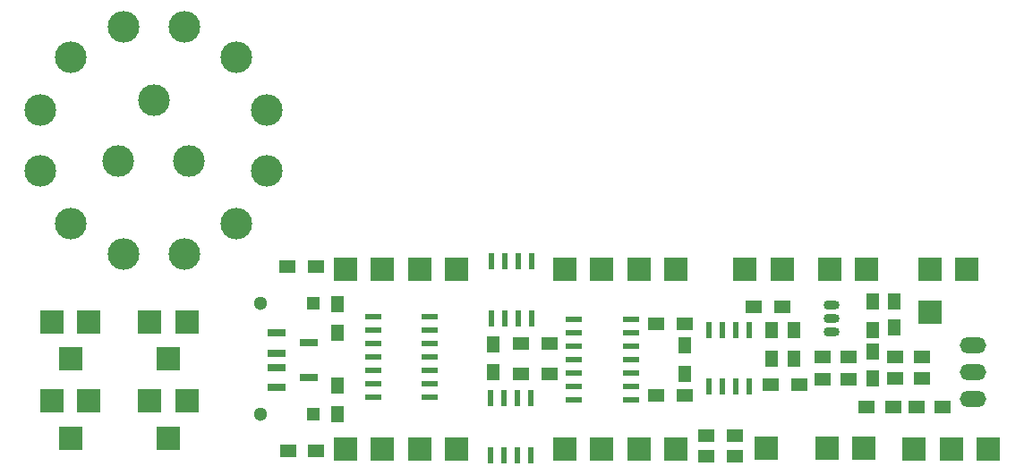
<source format=gts>
G04 #@! TF.FileFunction,Soldermask,Top*
%FSLAX46Y46*%
G04 Gerber Fmt 4.6, Leading zero omitted, Abs format (unit mm)*
G04 Created by KiCad (PCBNEW (2015-04-22 BZR 5620)-product) date 02/05/2015 11:23:22*
%MOMM*%
G01*
G04 APERTURE LIST*
%ADD10C,0.100000*%
%ADD11R,2.235200X2.235200*%
%ADD12R,1.300000X1.300000*%
%ADD13C,1.300000*%
%ADD14R,1.500000X1.250000*%
%ADD15R,1.250000X1.500000*%
%ADD16R,1.800860X0.800100*%
%ADD17R,1.500000X1.300000*%
%ADD18R,1.300000X1.500000*%
%ADD19O,3.000000X3.000000*%
%ADD20C,3.000000*%
%ADD21R,0.600000X1.550000*%
%ADD22R,1.500000X0.600000*%
%ADD23O,1.501140X0.899160*%
%ADD24O,2.499360X1.501140*%
G04 APERTURE END LIST*
D10*
D11*
X103500000Y-70750000D03*
X94250000Y-70750000D03*
D12*
X119000000Y-69000000D03*
D13*
X114000000Y-69000000D03*
D12*
X119000000Y-79500000D03*
D13*
X114000000Y-79500000D03*
D14*
X176000000Y-78800000D03*
X178500000Y-78800000D03*
X171300000Y-78800000D03*
X173800000Y-78800000D03*
X167100000Y-74100000D03*
X169600000Y-74100000D03*
D15*
X173900000Y-71300000D03*
X173900000Y-68800000D03*
D14*
X169600000Y-76200000D03*
X167100000Y-76200000D03*
X174000000Y-74100000D03*
X176500000Y-74100000D03*
D15*
X171900000Y-73600000D03*
X171900000Y-76100000D03*
D14*
X174000000Y-76100000D03*
X176500000Y-76100000D03*
D16*
X115497720Y-71800000D03*
X115497720Y-73700000D03*
X118500000Y-72750000D03*
X115497720Y-75050000D03*
X115497720Y-76950000D03*
X118500000Y-76000000D03*
D11*
X96000000Y-74250000D03*
X107000000Y-78250000D03*
X105250000Y-81750000D03*
X97750000Y-70750000D03*
X103500000Y-78250000D03*
X105250000Y-74250000D03*
X107000000Y-70750000D03*
X96000000Y-81750000D03*
X94250000Y-78250000D03*
X97750000Y-78250000D03*
X179300000Y-82800000D03*
X182800000Y-82800000D03*
X175800000Y-82800000D03*
X177300000Y-69800000D03*
X171030000Y-82740000D03*
X159800000Y-65760000D03*
X122000000Y-82750000D03*
X122000000Y-65750000D03*
X142750000Y-82750000D03*
X142750000Y-65750000D03*
X163300000Y-65760000D03*
X167540000Y-82740000D03*
X129000000Y-65750000D03*
X132500000Y-65750000D03*
X125500000Y-65750000D03*
X129000000Y-82750000D03*
X132500000Y-82750000D03*
X125500000Y-82750000D03*
X167800000Y-65800000D03*
X177300000Y-65800000D03*
X161800000Y-82700000D03*
X180800000Y-65800000D03*
X171300000Y-65800000D03*
X146250000Y-65750000D03*
X153250000Y-82750000D03*
X146250000Y-82750000D03*
X149750000Y-65750000D03*
X153250000Y-65750000D03*
X149750000Y-82750000D03*
D17*
X116500000Y-65500000D03*
X119200000Y-65500000D03*
X116550000Y-83000000D03*
X119250000Y-83000000D03*
D18*
X121250000Y-79500000D03*
X121250000Y-76800000D03*
X121250000Y-69050000D03*
X121250000Y-71750000D03*
X162300000Y-71500000D03*
X162300000Y-74200000D03*
D17*
X163300000Y-69300000D03*
X160600000Y-69300000D03*
D18*
X164400000Y-74200000D03*
X164400000Y-71500000D03*
D17*
X162250000Y-76700000D03*
X164950000Y-76700000D03*
D18*
X171900000Y-68800000D03*
X171900000Y-71500000D03*
D17*
X141300000Y-72800000D03*
X138600000Y-72800000D03*
X141300000Y-75700000D03*
X138600000Y-75700000D03*
X158800000Y-81500000D03*
X156100000Y-81500000D03*
X158800000Y-83500000D03*
X156100000Y-83500000D03*
X154100000Y-77700000D03*
X151400000Y-77700000D03*
X154100000Y-70900000D03*
X151400000Y-70900000D03*
D18*
X136000000Y-72850000D03*
X136000000Y-75550000D03*
X154100000Y-72950000D03*
X154100000Y-75650000D03*
D19*
X100985333Y-64308885D03*
X96009339Y-61435994D03*
X93136448Y-56460000D03*
X93136448Y-50714218D03*
X96009339Y-45738224D03*
X100985333Y-42865333D03*
X106731115Y-42865333D03*
X111707109Y-45738224D03*
X114580000Y-50714218D03*
X114580000Y-56460000D03*
X111707109Y-61435994D03*
X106731115Y-64308885D03*
D20*
X103858224Y-49737109D03*
X100524026Y-55512109D03*
X107192422Y-55512109D03*
D21*
X160205000Y-71500000D03*
X158935000Y-71500000D03*
X157665000Y-71500000D03*
X156395000Y-71500000D03*
X156395000Y-76900000D03*
X157665000Y-76900000D03*
X158935000Y-76900000D03*
X160205000Y-76900000D03*
D22*
X149000000Y-78120000D03*
X149000000Y-76850000D03*
X149000000Y-75580000D03*
X149000000Y-74310000D03*
X149000000Y-73040000D03*
X149000000Y-71770000D03*
X149000000Y-70500000D03*
X143600000Y-70500000D03*
X143600000Y-71770000D03*
X143600000Y-73040000D03*
X143600000Y-74310000D03*
X143600000Y-75580000D03*
X143600000Y-76850000D03*
X143600000Y-78120000D03*
X124600000Y-70250000D03*
X124600000Y-71520000D03*
X124600000Y-72790000D03*
X124600000Y-74060000D03*
X124600000Y-75330000D03*
X124600000Y-76600000D03*
X124600000Y-77870000D03*
X130000000Y-77870000D03*
X130000000Y-76600000D03*
X130000000Y-75330000D03*
X130000000Y-74060000D03*
X130000000Y-72790000D03*
X130000000Y-71520000D03*
X130000000Y-70250000D03*
D23*
X168000000Y-70430000D03*
X168000000Y-71700000D03*
X168000000Y-69160000D03*
D21*
X135690000Y-83400000D03*
X136960000Y-83400000D03*
X138230000Y-83400000D03*
X139500000Y-83400000D03*
X139500000Y-78000000D03*
X138230000Y-78000000D03*
X136960000Y-78000000D03*
X135690000Y-78000000D03*
X139655000Y-65050000D03*
X138385000Y-65050000D03*
X137115000Y-65050000D03*
X135845000Y-65050000D03*
X135845000Y-70450000D03*
X137115000Y-70450000D03*
X138385000Y-70450000D03*
X139655000Y-70450000D03*
D24*
X181400000Y-75540000D03*
X181400000Y-73000000D03*
X181400000Y-78080000D03*
M02*

</source>
